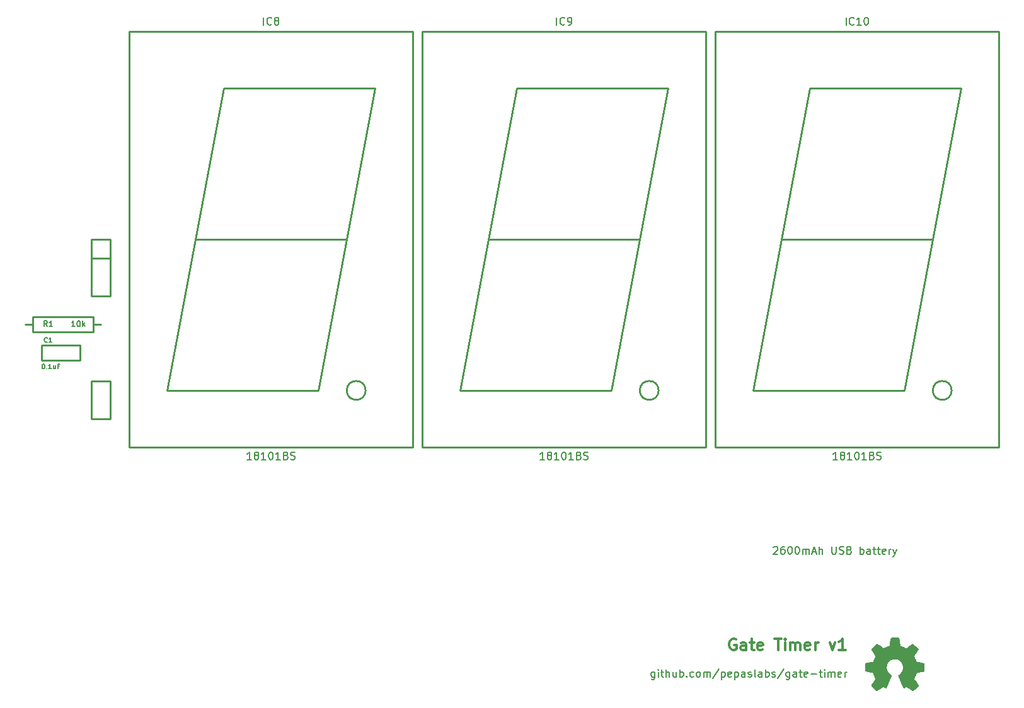
<source format=gto>
G04 (created by PCBNEW (2013-07-07 BZR 4022)-stable) date Fri 01 Jul 2022 09:03:58 PM CDT*
%MOIN*%
G04 Gerber Fmt 3.4, Leading zero omitted, Abs format*
%FSLAX34Y34*%
G01*
G70*
G90*
G04 APERTURE LIST*
%ADD10C,0.00590551*%
%ADD11C,0.008*%
%ADD12C,0.012*%
%ADD13C,0.01*%
%ADD14C,0.0001*%
%ADD15C,0.006*%
%ADD16C,0.005*%
G04 APERTURE END LIST*
G54D10*
G54D11*
X69576Y-49300D02*
X69595Y-49280D01*
X69633Y-49261D01*
X69728Y-49261D01*
X69766Y-49280D01*
X69785Y-49300D01*
X69804Y-49338D01*
X69804Y-49376D01*
X69785Y-49433D01*
X69557Y-49661D01*
X69804Y-49661D01*
X70147Y-49261D02*
X70071Y-49261D01*
X70033Y-49280D01*
X70014Y-49300D01*
X69976Y-49357D01*
X69957Y-49433D01*
X69957Y-49585D01*
X69976Y-49623D01*
X69995Y-49642D01*
X70033Y-49661D01*
X70109Y-49661D01*
X70147Y-49642D01*
X70166Y-49623D01*
X70185Y-49585D01*
X70185Y-49490D01*
X70166Y-49452D01*
X70147Y-49433D01*
X70109Y-49414D01*
X70033Y-49414D01*
X69995Y-49433D01*
X69976Y-49452D01*
X69957Y-49490D01*
X70433Y-49261D02*
X70471Y-49261D01*
X70509Y-49280D01*
X70528Y-49300D01*
X70547Y-49338D01*
X70566Y-49414D01*
X70566Y-49509D01*
X70547Y-49585D01*
X70528Y-49623D01*
X70509Y-49642D01*
X70471Y-49661D01*
X70433Y-49661D01*
X70395Y-49642D01*
X70376Y-49623D01*
X70357Y-49585D01*
X70338Y-49509D01*
X70338Y-49414D01*
X70357Y-49338D01*
X70376Y-49300D01*
X70395Y-49280D01*
X70433Y-49261D01*
X70814Y-49261D02*
X70852Y-49261D01*
X70890Y-49280D01*
X70909Y-49300D01*
X70928Y-49338D01*
X70947Y-49414D01*
X70947Y-49509D01*
X70928Y-49585D01*
X70909Y-49623D01*
X70890Y-49642D01*
X70852Y-49661D01*
X70814Y-49661D01*
X70776Y-49642D01*
X70757Y-49623D01*
X70738Y-49585D01*
X70719Y-49509D01*
X70719Y-49414D01*
X70738Y-49338D01*
X70757Y-49300D01*
X70776Y-49280D01*
X70814Y-49261D01*
X71119Y-49661D02*
X71119Y-49395D01*
X71119Y-49433D02*
X71138Y-49414D01*
X71176Y-49395D01*
X71233Y-49395D01*
X71271Y-49414D01*
X71290Y-49452D01*
X71290Y-49661D01*
X71290Y-49452D02*
X71309Y-49414D01*
X71347Y-49395D01*
X71404Y-49395D01*
X71442Y-49414D01*
X71461Y-49452D01*
X71461Y-49661D01*
X71633Y-49547D02*
X71823Y-49547D01*
X71595Y-49661D02*
X71728Y-49261D01*
X71861Y-49661D01*
X71995Y-49661D02*
X71995Y-49261D01*
X72166Y-49661D02*
X72166Y-49452D01*
X72147Y-49414D01*
X72109Y-49395D01*
X72052Y-49395D01*
X72014Y-49414D01*
X71995Y-49433D01*
X72661Y-49261D02*
X72661Y-49585D01*
X72680Y-49623D01*
X72700Y-49642D01*
X72738Y-49661D01*
X72814Y-49661D01*
X72852Y-49642D01*
X72871Y-49623D01*
X72890Y-49585D01*
X72890Y-49261D01*
X73061Y-49642D02*
X73119Y-49661D01*
X73214Y-49661D01*
X73252Y-49642D01*
X73271Y-49623D01*
X73290Y-49585D01*
X73290Y-49547D01*
X73271Y-49509D01*
X73252Y-49490D01*
X73214Y-49471D01*
X73138Y-49452D01*
X73100Y-49433D01*
X73080Y-49414D01*
X73061Y-49376D01*
X73061Y-49338D01*
X73080Y-49300D01*
X73100Y-49280D01*
X73138Y-49261D01*
X73233Y-49261D01*
X73290Y-49280D01*
X73595Y-49452D02*
X73652Y-49471D01*
X73671Y-49490D01*
X73690Y-49528D01*
X73690Y-49585D01*
X73671Y-49623D01*
X73652Y-49642D01*
X73614Y-49661D01*
X73461Y-49661D01*
X73461Y-49261D01*
X73595Y-49261D01*
X73633Y-49280D01*
X73652Y-49300D01*
X73671Y-49338D01*
X73671Y-49376D01*
X73652Y-49414D01*
X73633Y-49433D01*
X73595Y-49452D01*
X73461Y-49452D01*
X74166Y-49661D02*
X74166Y-49261D01*
X74166Y-49414D02*
X74204Y-49395D01*
X74280Y-49395D01*
X74319Y-49414D01*
X74338Y-49433D01*
X74357Y-49471D01*
X74357Y-49585D01*
X74338Y-49623D01*
X74319Y-49642D01*
X74280Y-49661D01*
X74204Y-49661D01*
X74166Y-49642D01*
X74699Y-49661D02*
X74699Y-49452D01*
X74680Y-49414D01*
X74642Y-49395D01*
X74566Y-49395D01*
X74528Y-49414D01*
X74699Y-49642D02*
X74661Y-49661D01*
X74566Y-49661D01*
X74528Y-49642D01*
X74509Y-49604D01*
X74509Y-49566D01*
X74528Y-49528D01*
X74566Y-49509D01*
X74661Y-49509D01*
X74699Y-49490D01*
X74833Y-49395D02*
X74985Y-49395D01*
X74890Y-49261D02*
X74890Y-49604D01*
X74909Y-49642D01*
X74947Y-49661D01*
X74985Y-49661D01*
X75061Y-49395D02*
X75214Y-49395D01*
X75119Y-49261D02*
X75119Y-49604D01*
X75138Y-49642D01*
X75176Y-49661D01*
X75214Y-49661D01*
X75499Y-49642D02*
X75461Y-49661D01*
X75385Y-49661D01*
X75347Y-49642D01*
X75328Y-49604D01*
X75328Y-49452D01*
X75347Y-49414D01*
X75385Y-49395D01*
X75461Y-49395D01*
X75499Y-49414D01*
X75519Y-49452D01*
X75519Y-49490D01*
X75328Y-49528D01*
X75690Y-49661D02*
X75690Y-49395D01*
X75690Y-49471D02*
X75709Y-49433D01*
X75728Y-49414D01*
X75766Y-49395D01*
X75804Y-49395D01*
X75899Y-49395D02*
X75995Y-49661D01*
X76090Y-49395D02*
X75995Y-49661D01*
X75957Y-49757D01*
X75938Y-49776D01*
X75899Y-49795D01*
X63290Y-55895D02*
X63290Y-56219D01*
X63271Y-56257D01*
X63252Y-56276D01*
X63214Y-56295D01*
X63157Y-56295D01*
X63119Y-56276D01*
X63290Y-56142D02*
X63252Y-56161D01*
X63176Y-56161D01*
X63138Y-56142D01*
X63119Y-56123D01*
X63100Y-56085D01*
X63100Y-55971D01*
X63119Y-55933D01*
X63138Y-55914D01*
X63176Y-55895D01*
X63252Y-55895D01*
X63290Y-55914D01*
X63480Y-56161D02*
X63480Y-55895D01*
X63480Y-55761D02*
X63461Y-55780D01*
X63480Y-55800D01*
X63500Y-55780D01*
X63480Y-55761D01*
X63480Y-55800D01*
X63614Y-55895D02*
X63766Y-55895D01*
X63671Y-55761D02*
X63671Y-56104D01*
X63690Y-56142D01*
X63728Y-56161D01*
X63766Y-56161D01*
X63900Y-56161D02*
X63900Y-55761D01*
X64071Y-56161D02*
X64071Y-55952D01*
X64052Y-55914D01*
X64014Y-55895D01*
X63957Y-55895D01*
X63919Y-55914D01*
X63900Y-55933D01*
X64433Y-55895D02*
X64433Y-56161D01*
X64261Y-55895D02*
X64261Y-56104D01*
X64280Y-56142D01*
X64319Y-56161D01*
X64376Y-56161D01*
X64414Y-56142D01*
X64433Y-56123D01*
X64623Y-56161D02*
X64623Y-55761D01*
X64623Y-55914D02*
X64661Y-55895D01*
X64738Y-55895D01*
X64776Y-55914D01*
X64795Y-55933D01*
X64814Y-55971D01*
X64814Y-56085D01*
X64795Y-56123D01*
X64776Y-56142D01*
X64738Y-56161D01*
X64661Y-56161D01*
X64623Y-56142D01*
X64985Y-56123D02*
X65004Y-56142D01*
X64985Y-56161D01*
X64966Y-56142D01*
X64985Y-56123D01*
X64985Y-56161D01*
X65347Y-56142D02*
X65309Y-56161D01*
X65233Y-56161D01*
X65195Y-56142D01*
X65176Y-56123D01*
X65157Y-56085D01*
X65157Y-55971D01*
X65176Y-55933D01*
X65195Y-55914D01*
X65233Y-55895D01*
X65309Y-55895D01*
X65347Y-55914D01*
X65576Y-56161D02*
X65538Y-56142D01*
X65519Y-56123D01*
X65500Y-56085D01*
X65500Y-55971D01*
X65519Y-55933D01*
X65538Y-55914D01*
X65576Y-55895D01*
X65633Y-55895D01*
X65671Y-55914D01*
X65690Y-55933D01*
X65709Y-55971D01*
X65709Y-56085D01*
X65690Y-56123D01*
X65671Y-56142D01*
X65633Y-56161D01*
X65576Y-56161D01*
X65880Y-56161D02*
X65880Y-55895D01*
X65880Y-55933D02*
X65900Y-55914D01*
X65938Y-55895D01*
X65995Y-55895D01*
X66033Y-55914D01*
X66052Y-55952D01*
X66052Y-56161D01*
X66052Y-55952D02*
X66071Y-55914D01*
X66109Y-55895D01*
X66166Y-55895D01*
X66204Y-55914D01*
X66223Y-55952D01*
X66223Y-56161D01*
X66700Y-55742D02*
X66357Y-56257D01*
X66833Y-55895D02*
X66833Y-56295D01*
X66833Y-55914D02*
X66871Y-55895D01*
X66947Y-55895D01*
X66985Y-55914D01*
X67004Y-55933D01*
X67023Y-55971D01*
X67023Y-56085D01*
X67004Y-56123D01*
X66985Y-56142D01*
X66947Y-56161D01*
X66871Y-56161D01*
X66833Y-56142D01*
X67347Y-56142D02*
X67309Y-56161D01*
X67233Y-56161D01*
X67195Y-56142D01*
X67176Y-56104D01*
X67176Y-55952D01*
X67195Y-55914D01*
X67233Y-55895D01*
X67309Y-55895D01*
X67347Y-55914D01*
X67366Y-55952D01*
X67366Y-55990D01*
X67176Y-56028D01*
X67538Y-55895D02*
X67538Y-56295D01*
X67538Y-55914D02*
X67576Y-55895D01*
X67652Y-55895D01*
X67690Y-55914D01*
X67709Y-55933D01*
X67728Y-55971D01*
X67728Y-56085D01*
X67709Y-56123D01*
X67690Y-56142D01*
X67652Y-56161D01*
X67576Y-56161D01*
X67538Y-56142D01*
X68071Y-56161D02*
X68071Y-55952D01*
X68052Y-55914D01*
X68014Y-55895D01*
X67938Y-55895D01*
X67900Y-55914D01*
X68071Y-56142D02*
X68033Y-56161D01*
X67938Y-56161D01*
X67900Y-56142D01*
X67880Y-56104D01*
X67880Y-56066D01*
X67900Y-56028D01*
X67938Y-56009D01*
X68033Y-56009D01*
X68071Y-55990D01*
X68242Y-56142D02*
X68280Y-56161D01*
X68357Y-56161D01*
X68395Y-56142D01*
X68414Y-56104D01*
X68414Y-56085D01*
X68395Y-56047D01*
X68357Y-56028D01*
X68300Y-56028D01*
X68261Y-56009D01*
X68242Y-55971D01*
X68242Y-55952D01*
X68261Y-55914D01*
X68300Y-55895D01*
X68357Y-55895D01*
X68395Y-55914D01*
X68642Y-56161D02*
X68604Y-56142D01*
X68585Y-56104D01*
X68585Y-55761D01*
X68966Y-56161D02*
X68966Y-55952D01*
X68947Y-55914D01*
X68909Y-55895D01*
X68833Y-55895D01*
X68795Y-55914D01*
X68966Y-56142D02*
X68928Y-56161D01*
X68833Y-56161D01*
X68795Y-56142D01*
X68776Y-56104D01*
X68776Y-56066D01*
X68795Y-56028D01*
X68833Y-56009D01*
X68928Y-56009D01*
X68966Y-55990D01*
X69157Y-56161D02*
X69157Y-55761D01*
X69157Y-55914D02*
X69195Y-55895D01*
X69271Y-55895D01*
X69309Y-55914D01*
X69328Y-55933D01*
X69347Y-55971D01*
X69347Y-56085D01*
X69328Y-56123D01*
X69309Y-56142D01*
X69271Y-56161D01*
X69195Y-56161D01*
X69157Y-56142D01*
X69500Y-56142D02*
X69538Y-56161D01*
X69614Y-56161D01*
X69652Y-56142D01*
X69671Y-56104D01*
X69671Y-56085D01*
X69652Y-56047D01*
X69614Y-56028D01*
X69557Y-56028D01*
X69519Y-56009D01*
X69500Y-55971D01*
X69500Y-55952D01*
X69519Y-55914D01*
X69557Y-55895D01*
X69614Y-55895D01*
X69652Y-55914D01*
X70128Y-55742D02*
X69785Y-56257D01*
X70433Y-55895D02*
X70433Y-56219D01*
X70414Y-56257D01*
X70395Y-56276D01*
X70357Y-56295D01*
X70300Y-56295D01*
X70261Y-56276D01*
X70433Y-56142D02*
X70395Y-56161D01*
X70319Y-56161D01*
X70280Y-56142D01*
X70261Y-56123D01*
X70242Y-56085D01*
X70242Y-55971D01*
X70261Y-55933D01*
X70280Y-55914D01*
X70319Y-55895D01*
X70395Y-55895D01*
X70433Y-55914D01*
X70795Y-56161D02*
X70795Y-55952D01*
X70776Y-55914D01*
X70738Y-55895D01*
X70661Y-55895D01*
X70623Y-55914D01*
X70795Y-56142D02*
X70757Y-56161D01*
X70661Y-56161D01*
X70623Y-56142D01*
X70604Y-56104D01*
X70604Y-56066D01*
X70623Y-56028D01*
X70661Y-56009D01*
X70757Y-56009D01*
X70795Y-55990D01*
X70928Y-55895D02*
X71080Y-55895D01*
X70985Y-55761D02*
X70985Y-56104D01*
X71004Y-56142D01*
X71042Y-56161D01*
X71080Y-56161D01*
X71366Y-56142D02*
X71328Y-56161D01*
X71252Y-56161D01*
X71214Y-56142D01*
X71195Y-56104D01*
X71195Y-55952D01*
X71214Y-55914D01*
X71252Y-55895D01*
X71328Y-55895D01*
X71366Y-55914D01*
X71385Y-55952D01*
X71385Y-55990D01*
X71195Y-56028D01*
X71557Y-56009D02*
X71861Y-56009D01*
X71995Y-55895D02*
X72147Y-55895D01*
X72052Y-55761D02*
X72052Y-56104D01*
X72071Y-56142D01*
X72109Y-56161D01*
X72147Y-56161D01*
X72280Y-56161D02*
X72280Y-55895D01*
X72280Y-55761D02*
X72261Y-55780D01*
X72280Y-55800D01*
X72300Y-55780D01*
X72280Y-55761D01*
X72280Y-55800D01*
X72471Y-56161D02*
X72471Y-55895D01*
X72471Y-55933D02*
X72490Y-55914D01*
X72528Y-55895D01*
X72585Y-55895D01*
X72623Y-55914D01*
X72642Y-55952D01*
X72642Y-56161D01*
X72642Y-55952D02*
X72661Y-55914D01*
X72700Y-55895D01*
X72757Y-55895D01*
X72795Y-55914D01*
X72814Y-55952D01*
X72814Y-56161D01*
X73157Y-56142D02*
X73119Y-56161D01*
X73042Y-56161D01*
X73004Y-56142D01*
X72985Y-56104D01*
X72985Y-55952D01*
X73004Y-55914D01*
X73042Y-55895D01*
X73119Y-55895D01*
X73157Y-55914D01*
X73176Y-55952D01*
X73176Y-55990D01*
X72985Y-56028D01*
X73347Y-56161D02*
X73347Y-55895D01*
X73347Y-55971D02*
X73366Y-55933D01*
X73385Y-55914D01*
X73423Y-55895D01*
X73461Y-55895D01*
G54D12*
X67585Y-54171D02*
X67528Y-54142D01*
X67442Y-54142D01*
X67357Y-54171D01*
X67299Y-54228D01*
X67271Y-54285D01*
X67242Y-54400D01*
X67242Y-54485D01*
X67271Y-54600D01*
X67299Y-54657D01*
X67357Y-54714D01*
X67442Y-54742D01*
X67499Y-54742D01*
X67585Y-54714D01*
X67614Y-54685D01*
X67614Y-54485D01*
X67499Y-54485D01*
X68128Y-54742D02*
X68128Y-54428D01*
X68099Y-54371D01*
X68042Y-54342D01*
X67928Y-54342D01*
X67871Y-54371D01*
X68128Y-54714D02*
X68071Y-54742D01*
X67928Y-54742D01*
X67871Y-54714D01*
X67842Y-54657D01*
X67842Y-54600D01*
X67871Y-54542D01*
X67928Y-54514D01*
X68071Y-54514D01*
X68128Y-54485D01*
X68328Y-54342D02*
X68557Y-54342D01*
X68414Y-54142D02*
X68414Y-54657D01*
X68442Y-54714D01*
X68499Y-54742D01*
X68557Y-54742D01*
X68985Y-54714D02*
X68928Y-54742D01*
X68814Y-54742D01*
X68757Y-54714D01*
X68728Y-54657D01*
X68728Y-54428D01*
X68757Y-54371D01*
X68814Y-54342D01*
X68928Y-54342D01*
X68985Y-54371D01*
X69014Y-54428D01*
X69014Y-54485D01*
X68728Y-54542D01*
X69642Y-54142D02*
X69985Y-54142D01*
X69814Y-54742D02*
X69814Y-54142D01*
X70185Y-54742D02*
X70185Y-54342D01*
X70185Y-54142D02*
X70157Y-54171D01*
X70185Y-54200D01*
X70214Y-54171D01*
X70185Y-54142D01*
X70185Y-54200D01*
X70471Y-54742D02*
X70471Y-54342D01*
X70471Y-54400D02*
X70499Y-54371D01*
X70557Y-54342D01*
X70642Y-54342D01*
X70699Y-54371D01*
X70728Y-54428D01*
X70728Y-54742D01*
X70728Y-54428D02*
X70757Y-54371D01*
X70814Y-54342D01*
X70899Y-54342D01*
X70957Y-54371D01*
X70985Y-54428D01*
X70985Y-54742D01*
X71499Y-54714D02*
X71442Y-54742D01*
X71328Y-54742D01*
X71271Y-54714D01*
X71242Y-54657D01*
X71242Y-54428D01*
X71271Y-54371D01*
X71328Y-54342D01*
X71442Y-54342D01*
X71499Y-54371D01*
X71528Y-54428D01*
X71528Y-54485D01*
X71242Y-54542D01*
X71785Y-54742D02*
X71785Y-54342D01*
X71785Y-54457D02*
X71814Y-54400D01*
X71842Y-54371D01*
X71899Y-54342D01*
X71957Y-54342D01*
X72557Y-54342D02*
X72699Y-54742D01*
X72842Y-54342D01*
X73385Y-54742D02*
X73042Y-54742D01*
X73214Y-54742D02*
X73214Y-54142D01*
X73157Y-54228D01*
X73100Y-54285D01*
X73042Y-54314D01*
G54D13*
X70000Y-33000D02*
X68500Y-41000D01*
X68500Y-41000D02*
X76500Y-41000D01*
X76500Y-41000D02*
X78000Y-33000D01*
X71500Y-25000D02*
X79500Y-25000D01*
X79500Y-25000D02*
X78000Y-33000D01*
X71500Y-25000D02*
X70000Y-33000D01*
X70000Y-33000D02*
X78000Y-33000D01*
X79000Y-41000D02*
G75*
G03X79000Y-41000I-500J0D01*
G74*
G01*
X66500Y-22000D02*
X81500Y-22000D01*
X81500Y-22000D02*
X81500Y-44000D01*
X81500Y-44000D02*
X66500Y-44000D01*
X66500Y-44000D02*
X66500Y-22000D01*
X34500Y-34000D02*
X33500Y-34000D01*
X34500Y-33000D02*
X34500Y-36000D01*
X34500Y-36000D02*
X33500Y-36000D01*
X33500Y-36000D02*
X33500Y-33000D01*
X33500Y-33000D02*
X34500Y-33000D01*
X34500Y-40500D02*
X34500Y-42500D01*
X34500Y-42500D02*
X33500Y-42500D01*
X33500Y-42500D02*
X33500Y-40500D01*
X33500Y-40500D02*
X34500Y-40500D01*
X39000Y-33000D02*
X37500Y-41000D01*
X37500Y-41000D02*
X45500Y-41000D01*
X45500Y-41000D02*
X47000Y-33000D01*
X40500Y-25000D02*
X48500Y-25000D01*
X48500Y-25000D02*
X47000Y-33000D01*
X40500Y-25000D02*
X39000Y-33000D01*
X39000Y-33000D02*
X47000Y-33000D01*
X48000Y-41000D02*
G75*
G03X48000Y-41000I-500J0D01*
G74*
G01*
X35500Y-22000D02*
X50500Y-22000D01*
X50500Y-22000D02*
X50500Y-44000D01*
X50500Y-44000D02*
X35500Y-44000D01*
X35500Y-44000D02*
X35500Y-22000D01*
X54500Y-33000D02*
X53000Y-41000D01*
X53000Y-41000D02*
X61000Y-41000D01*
X61000Y-41000D02*
X62500Y-33000D01*
X56000Y-25000D02*
X64000Y-25000D01*
X64000Y-25000D02*
X62500Y-33000D01*
X56000Y-25000D02*
X54500Y-33000D01*
X54500Y-33000D02*
X62500Y-33000D01*
X63500Y-41000D02*
G75*
G03X63500Y-41000I-500J0D01*
G74*
G01*
X51000Y-22000D02*
X66000Y-22000D01*
X66000Y-22000D02*
X66000Y-44000D01*
X66000Y-44000D02*
X51000Y-44000D01*
X51000Y-44000D02*
X51000Y-22000D01*
X30000Y-37500D02*
X30400Y-37500D01*
X30400Y-37500D02*
X30400Y-37100D01*
X30400Y-37100D02*
X33600Y-37100D01*
X33600Y-37100D02*
X33600Y-37900D01*
X33600Y-37900D02*
X30400Y-37900D01*
X30400Y-37900D02*
X30400Y-37500D01*
X34000Y-37500D02*
X33600Y-37500D01*
X30850Y-39400D02*
X32900Y-39400D01*
X30850Y-38600D02*
X32900Y-38600D01*
X32900Y-38600D02*
X32900Y-39400D01*
X30850Y-39400D02*
X30850Y-38600D01*
G54D14*
G36*
X75046Y-56914D02*
X75062Y-56906D01*
X75099Y-56883D01*
X75152Y-56848D01*
X75214Y-56807D01*
X75276Y-56764D01*
X75327Y-56730D01*
X75363Y-56707D01*
X75378Y-56699D01*
X75386Y-56701D01*
X75416Y-56716D01*
X75459Y-56738D01*
X75484Y-56751D01*
X75523Y-56768D01*
X75543Y-56772D01*
X75546Y-56766D01*
X75561Y-56736D01*
X75583Y-56684D01*
X75613Y-56616D01*
X75647Y-56536D01*
X75684Y-56450D01*
X75720Y-56362D01*
X75755Y-56278D01*
X75786Y-56203D01*
X75811Y-56142D01*
X75827Y-56099D01*
X75833Y-56081D01*
X75831Y-56077D01*
X75811Y-56058D01*
X75777Y-56032D01*
X75702Y-55971D01*
X75629Y-55879D01*
X75584Y-55775D01*
X75569Y-55659D01*
X75582Y-55552D01*
X75624Y-55449D01*
X75696Y-55356D01*
X75783Y-55287D01*
X75885Y-55243D01*
X76000Y-55229D01*
X76110Y-55241D01*
X76215Y-55283D01*
X76308Y-55354D01*
X76347Y-55399D01*
X76401Y-55493D01*
X76432Y-55594D01*
X76435Y-55619D01*
X76431Y-55730D01*
X76398Y-55836D01*
X76340Y-55931D01*
X76259Y-56008D01*
X76248Y-56016D01*
X76211Y-56044D01*
X76186Y-56063D01*
X76166Y-56079D01*
X76307Y-56418D01*
X76329Y-56472D01*
X76368Y-56565D01*
X76402Y-56645D01*
X76429Y-56708D01*
X76448Y-56751D01*
X76456Y-56768D01*
X76457Y-56769D01*
X76469Y-56771D01*
X76495Y-56761D01*
X76542Y-56738D01*
X76574Y-56722D01*
X76610Y-56705D01*
X76626Y-56699D01*
X76640Y-56706D01*
X76674Y-56729D01*
X76725Y-56762D01*
X76785Y-56803D01*
X76843Y-56843D01*
X76896Y-56878D01*
X76935Y-56902D01*
X76954Y-56913D01*
X76957Y-56913D01*
X76973Y-56903D01*
X77004Y-56878D01*
X77050Y-56834D01*
X77115Y-56770D01*
X77125Y-56760D01*
X77179Y-56705D01*
X77223Y-56659D01*
X77252Y-56627D01*
X77262Y-56612D01*
X77262Y-56612D01*
X77253Y-56593D01*
X77228Y-56555D01*
X77193Y-56501D01*
X77150Y-56438D01*
X77038Y-56275D01*
X77100Y-56121D01*
X77119Y-56074D01*
X77143Y-56017D01*
X77160Y-55976D01*
X77170Y-55958D01*
X77186Y-55952D01*
X77229Y-55942D01*
X77290Y-55929D01*
X77362Y-55916D01*
X77432Y-55903D01*
X77495Y-55891D01*
X77540Y-55882D01*
X77560Y-55878D01*
X77565Y-55875D01*
X77569Y-55865D01*
X77572Y-55844D01*
X77573Y-55806D01*
X77574Y-55746D01*
X77574Y-55659D01*
X77574Y-55650D01*
X77573Y-55567D01*
X77572Y-55501D01*
X77570Y-55458D01*
X77567Y-55441D01*
X77567Y-55441D01*
X77547Y-55436D01*
X77503Y-55427D01*
X77440Y-55414D01*
X77365Y-55400D01*
X77361Y-55399D01*
X77286Y-55385D01*
X77224Y-55372D01*
X77180Y-55362D01*
X77162Y-55356D01*
X77158Y-55351D01*
X77143Y-55322D01*
X77121Y-55276D01*
X77097Y-55219D01*
X77072Y-55161D01*
X77051Y-55108D01*
X77037Y-55069D01*
X77033Y-55051D01*
X77033Y-55051D01*
X77044Y-55033D01*
X77070Y-54994D01*
X77106Y-54941D01*
X77150Y-54877D01*
X77153Y-54872D01*
X77196Y-54809D01*
X77231Y-54756D01*
X77254Y-54718D01*
X77262Y-54701D01*
X77262Y-54700D01*
X77248Y-54681D01*
X77216Y-54646D01*
X77170Y-54598D01*
X77115Y-54542D01*
X77097Y-54525D01*
X77036Y-54465D01*
X76994Y-54426D01*
X76967Y-54405D01*
X76954Y-54400D01*
X76954Y-54401D01*
X76935Y-54412D01*
X76895Y-54438D01*
X76841Y-54475D01*
X76777Y-54518D01*
X76773Y-54521D01*
X76710Y-54564D01*
X76658Y-54599D01*
X76620Y-54624D01*
X76604Y-54634D01*
X76601Y-54634D01*
X76576Y-54626D01*
X76531Y-54611D01*
X76476Y-54589D01*
X76418Y-54566D01*
X76365Y-54544D01*
X76325Y-54525D01*
X76306Y-54515D01*
X76306Y-54514D01*
X76299Y-54491D01*
X76288Y-54444D01*
X76275Y-54379D01*
X76260Y-54302D01*
X76258Y-54290D01*
X76244Y-54215D01*
X76232Y-54153D01*
X76223Y-54110D01*
X76218Y-54092D01*
X76208Y-54090D01*
X76171Y-54087D01*
X76115Y-54086D01*
X76047Y-54085D01*
X75976Y-54086D01*
X75907Y-54087D01*
X75847Y-54089D01*
X75805Y-54092D01*
X75787Y-54096D01*
X75786Y-54097D01*
X75780Y-54120D01*
X75770Y-54167D01*
X75756Y-54232D01*
X75741Y-54310D01*
X75739Y-54323D01*
X75725Y-54398D01*
X75712Y-54459D01*
X75703Y-54502D01*
X75698Y-54518D01*
X75692Y-54522D01*
X75661Y-54535D01*
X75611Y-54556D01*
X75548Y-54581D01*
X75404Y-54640D01*
X75228Y-54518D01*
X75211Y-54507D01*
X75148Y-54464D01*
X75095Y-54429D01*
X75059Y-54406D01*
X75044Y-54397D01*
X75043Y-54398D01*
X75025Y-54413D01*
X74990Y-54446D01*
X74942Y-54493D01*
X74887Y-54548D01*
X74846Y-54589D01*
X74797Y-54639D01*
X74766Y-54672D01*
X74749Y-54694D01*
X74743Y-54707D01*
X74745Y-54715D01*
X74756Y-54733D01*
X74782Y-54772D01*
X74818Y-54826D01*
X74861Y-54888D01*
X74897Y-54941D01*
X74935Y-55000D01*
X74960Y-55042D01*
X74969Y-55063D01*
X74967Y-55072D01*
X74954Y-55106D01*
X74933Y-55159D01*
X74907Y-55221D01*
X74845Y-55361D01*
X74753Y-55378D01*
X74698Y-55389D01*
X74620Y-55404D01*
X74546Y-55418D01*
X74430Y-55441D01*
X74426Y-55867D01*
X74444Y-55875D01*
X74461Y-55880D01*
X74504Y-55889D01*
X74565Y-55901D01*
X74638Y-55915D01*
X74699Y-55927D01*
X74762Y-55938D01*
X74806Y-55947D01*
X74826Y-55951D01*
X74831Y-55958D01*
X74847Y-55988D01*
X74869Y-56036D01*
X74893Y-56094D01*
X74918Y-56153D01*
X74940Y-56208D01*
X74956Y-56250D01*
X74961Y-56272D01*
X74953Y-56289D01*
X74929Y-56325D01*
X74895Y-56377D01*
X74853Y-56439D01*
X74810Y-56501D01*
X74775Y-56554D01*
X74750Y-56592D01*
X74740Y-56609D01*
X74745Y-56621D01*
X74769Y-56651D01*
X74816Y-56699D01*
X74885Y-56768D01*
X74897Y-56779D01*
X74952Y-56832D01*
X74999Y-56875D01*
X75031Y-56904D01*
X75046Y-56914D01*
X75046Y-56914D01*
G37*
G54D11*
X73419Y-21661D02*
X73419Y-21261D01*
X73838Y-21623D02*
X73819Y-21642D01*
X73761Y-21661D01*
X73723Y-21661D01*
X73666Y-21642D01*
X73628Y-21604D01*
X73609Y-21566D01*
X73590Y-21490D01*
X73590Y-21433D01*
X73609Y-21357D01*
X73628Y-21319D01*
X73666Y-21280D01*
X73723Y-21261D01*
X73761Y-21261D01*
X73819Y-21280D01*
X73838Y-21300D01*
X74219Y-21661D02*
X73990Y-21661D01*
X74104Y-21661D02*
X74104Y-21261D01*
X74066Y-21319D01*
X74028Y-21357D01*
X73990Y-21376D01*
X74466Y-21261D02*
X74504Y-21261D01*
X74542Y-21280D01*
X74561Y-21300D01*
X74580Y-21338D01*
X74600Y-21414D01*
X74600Y-21509D01*
X74580Y-21585D01*
X74561Y-21623D01*
X74542Y-21642D01*
X74504Y-21661D01*
X74466Y-21661D01*
X74428Y-21642D01*
X74409Y-21623D01*
X74390Y-21585D01*
X74371Y-21509D01*
X74371Y-21414D01*
X74390Y-21338D01*
X74409Y-21300D01*
X74428Y-21280D01*
X74466Y-21261D01*
X72961Y-44661D02*
X72733Y-44661D01*
X72847Y-44661D02*
X72847Y-44261D01*
X72809Y-44319D01*
X72771Y-44357D01*
X72733Y-44376D01*
X73190Y-44433D02*
X73152Y-44414D01*
X73133Y-44395D01*
X73114Y-44357D01*
X73114Y-44338D01*
X73133Y-44300D01*
X73152Y-44280D01*
X73190Y-44261D01*
X73266Y-44261D01*
X73304Y-44280D01*
X73323Y-44300D01*
X73342Y-44338D01*
X73342Y-44357D01*
X73323Y-44395D01*
X73304Y-44414D01*
X73266Y-44433D01*
X73190Y-44433D01*
X73152Y-44452D01*
X73133Y-44471D01*
X73114Y-44509D01*
X73114Y-44585D01*
X73133Y-44623D01*
X73152Y-44642D01*
X73190Y-44661D01*
X73266Y-44661D01*
X73304Y-44642D01*
X73323Y-44623D01*
X73342Y-44585D01*
X73342Y-44509D01*
X73323Y-44471D01*
X73304Y-44452D01*
X73266Y-44433D01*
X73723Y-44661D02*
X73495Y-44661D01*
X73609Y-44661D02*
X73609Y-44261D01*
X73571Y-44319D01*
X73533Y-44357D01*
X73495Y-44376D01*
X73971Y-44261D02*
X74009Y-44261D01*
X74047Y-44280D01*
X74066Y-44300D01*
X74085Y-44338D01*
X74104Y-44414D01*
X74104Y-44509D01*
X74085Y-44585D01*
X74066Y-44623D01*
X74047Y-44642D01*
X74009Y-44661D01*
X73971Y-44661D01*
X73933Y-44642D01*
X73914Y-44623D01*
X73895Y-44585D01*
X73876Y-44509D01*
X73876Y-44414D01*
X73895Y-44338D01*
X73914Y-44300D01*
X73933Y-44280D01*
X73971Y-44261D01*
X74485Y-44661D02*
X74257Y-44661D01*
X74371Y-44661D02*
X74371Y-44261D01*
X74333Y-44319D01*
X74295Y-44357D01*
X74257Y-44376D01*
X74790Y-44452D02*
X74847Y-44471D01*
X74866Y-44490D01*
X74885Y-44528D01*
X74885Y-44585D01*
X74866Y-44623D01*
X74847Y-44642D01*
X74809Y-44661D01*
X74657Y-44661D01*
X74657Y-44261D01*
X74790Y-44261D01*
X74828Y-44280D01*
X74847Y-44300D01*
X74866Y-44338D01*
X74866Y-44376D01*
X74847Y-44414D01*
X74828Y-44433D01*
X74790Y-44452D01*
X74657Y-44452D01*
X75038Y-44642D02*
X75095Y-44661D01*
X75190Y-44661D01*
X75228Y-44642D01*
X75247Y-44623D01*
X75266Y-44585D01*
X75266Y-44547D01*
X75247Y-44509D01*
X75228Y-44490D01*
X75190Y-44471D01*
X75114Y-44452D01*
X75076Y-44433D01*
X75057Y-44414D01*
X75038Y-44376D01*
X75038Y-44338D01*
X75057Y-44300D01*
X75076Y-44280D01*
X75114Y-44261D01*
X75209Y-44261D01*
X75266Y-44280D01*
X42609Y-21661D02*
X42609Y-21261D01*
X43028Y-21623D02*
X43009Y-21642D01*
X42952Y-21661D01*
X42914Y-21661D01*
X42857Y-21642D01*
X42819Y-21604D01*
X42800Y-21566D01*
X42780Y-21490D01*
X42780Y-21433D01*
X42800Y-21357D01*
X42819Y-21319D01*
X42857Y-21280D01*
X42914Y-21261D01*
X42952Y-21261D01*
X43009Y-21280D01*
X43028Y-21300D01*
X43257Y-21433D02*
X43219Y-21414D01*
X43200Y-21395D01*
X43180Y-21357D01*
X43180Y-21338D01*
X43200Y-21300D01*
X43219Y-21280D01*
X43257Y-21261D01*
X43333Y-21261D01*
X43371Y-21280D01*
X43390Y-21300D01*
X43409Y-21338D01*
X43409Y-21357D01*
X43390Y-21395D01*
X43371Y-21414D01*
X43333Y-21433D01*
X43257Y-21433D01*
X43219Y-21452D01*
X43200Y-21471D01*
X43180Y-21509D01*
X43180Y-21585D01*
X43200Y-21623D01*
X43219Y-21642D01*
X43257Y-21661D01*
X43333Y-21661D01*
X43371Y-21642D01*
X43390Y-21623D01*
X43409Y-21585D01*
X43409Y-21509D01*
X43390Y-21471D01*
X43371Y-21452D01*
X43333Y-21433D01*
X41961Y-44661D02*
X41733Y-44661D01*
X41847Y-44661D02*
X41847Y-44261D01*
X41809Y-44319D01*
X41771Y-44357D01*
X41733Y-44376D01*
X42190Y-44433D02*
X42152Y-44414D01*
X42133Y-44395D01*
X42114Y-44357D01*
X42114Y-44338D01*
X42133Y-44300D01*
X42152Y-44280D01*
X42190Y-44261D01*
X42266Y-44261D01*
X42304Y-44280D01*
X42323Y-44300D01*
X42342Y-44338D01*
X42342Y-44357D01*
X42323Y-44395D01*
X42304Y-44414D01*
X42266Y-44433D01*
X42190Y-44433D01*
X42152Y-44452D01*
X42133Y-44471D01*
X42114Y-44509D01*
X42114Y-44585D01*
X42133Y-44623D01*
X42152Y-44642D01*
X42190Y-44661D01*
X42266Y-44661D01*
X42304Y-44642D01*
X42323Y-44623D01*
X42342Y-44585D01*
X42342Y-44509D01*
X42323Y-44471D01*
X42304Y-44452D01*
X42266Y-44433D01*
X42723Y-44661D02*
X42495Y-44661D01*
X42609Y-44661D02*
X42609Y-44261D01*
X42571Y-44319D01*
X42533Y-44357D01*
X42495Y-44376D01*
X42971Y-44261D02*
X43009Y-44261D01*
X43047Y-44280D01*
X43066Y-44300D01*
X43085Y-44338D01*
X43104Y-44414D01*
X43104Y-44509D01*
X43085Y-44585D01*
X43066Y-44623D01*
X43047Y-44642D01*
X43009Y-44661D01*
X42971Y-44661D01*
X42933Y-44642D01*
X42914Y-44623D01*
X42895Y-44585D01*
X42876Y-44509D01*
X42876Y-44414D01*
X42895Y-44338D01*
X42914Y-44300D01*
X42933Y-44280D01*
X42971Y-44261D01*
X43485Y-44661D02*
X43257Y-44661D01*
X43371Y-44661D02*
X43371Y-44261D01*
X43333Y-44319D01*
X43295Y-44357D01*
X43257Y-44376D01*
X43790Y-44452D02*
X43847Y-44471D01*
X43866Y-44490D01*
X43885Y-44528D01*
X43885Y-44585D01*
X43866Y-44623D01*
X43847Y-44642D01*
X43809Y-44661D01*
X43657Y-44661D01*
X43657Y-44261D01*
X43790Y-44261D01*
X43828Y-44280D01*
X43847Y-44300D01*
X43866Y-44338D01*
X43866Y-44376D01*
X43847Y-44414D01*
X43828Y-44433D01*
X43790Y-44452D01*
X43657Y-44452D01*
X44038Y-44642D02*
X44095Y-44661D01*
X44190Y-44661D01*
X44228Y-44642D01*
X44247Y-44623D01*
X44266Y-44585D01*
X44266Y-44547D01*
X44247Y-44509D01*
X44228Y-44490D01*
X44190Y-44471D01*
X44114Y-44452D01*
X44076Y-44433D01*
X44057Y-44414D01*
X44038Y-44376D01*
X44038Y-44338D01*
X44057Y-44300D01*
X44076Y-44280D01*
X44114Y-44261D01*
X44209Y-44261D01*
X44266Y-44280D01*
X58109Y-21661D02*
X58109Y-21261D01*
X58528Y-21623D02*
X58509Y-21642D01*
X58452Y-21661D01*
X58414Y-21661D01*
X58357Y-21642D01*
X58319Y-21604D01*
X58300Y-21566D01*
X58280Y-21490D01*
X58280Y-21433D01*
X58300Y-21357D01*
X58319Y-21319D01*
X58357Y-21280D01*
X58414Y-21261D01*
X58452Y-21261D01*
X58509Y-21280D01*
X58528Y-21300D01*
X58719Y-21661D02*
X58795Y-21661D01*
X58833Y-21642D01*
X58852Y-21623D01*
X58890Y-21566D01*
X58909Y-21490D01*
X58909Y-21338D01*
X58890Y-21300D01*
X58871Y-21280D01*
X58833Y-21261D01*
X58757Y-21261D01*
X58719Y-21280D01*
X58700Y-21300D01*
X58680Y-21338D01*
X58680Y-21433D01*
X58700Y-21471D01*
X58719Y-21490D01*
X58757Y-21509D01*
X58833Y-21509D01*
X58871Y-21490D01*
X58890Y-21471D01*
X58909Y-21433D01*
X57461Y-44661D02*
X57233Y-44661D01*
X57347Y-44661D02*
X57347Y-44261D01*
X57309Y-44319D01*
X57271Y-44357D01*
X57233Y-44376D01*
X57690Y-44433D02*
X57652Y-44414D01*
X57633Y-44395D01*
X57614Y-44357D01*
X57614Y-44338D01*
X57633Y-44300D01*
X57652Y-44280D01*
X57690Y-44261D01*
X57766Y-44261D01*
X57804Y-44280D01*
X57823Y-44300D01*
X57842Y-44338D01*
X57842Y-44357D01*
X57823Y-44395D01*
X57804Y-44414D01*
X57766Y-44433D01*
X57690Y-44433D01*
X57652Y-44452D01*
X57633Y-44471D01*
X57614Y-44509D01*
X57614Y-44585D01*
X57633Y-44623D01*
X57652Y-44642D01*
X57690Y-44661D01*
X57766Y-44661D01*
X57804Y-44642D01*
X57823Y-44623D01*
X57842Y-44585D01*
X57842Y-44509D01*
X57823Y-44471D01*
X57804Y-44452D01*
X57766Y-44433D01*
X58223Y-44661D02*
X57995Y-44661D01*
X58109Y-44661D02*
X58109Y-44261D01*
X58071Y-44319D01*
X58033Y-44357D01*
X57995Y-44376D01*
X58471Y-44261D02*
X58509Y-44261D01*
X58547Y-44280D01*
X58566Y-44300D01*
X58585Y-44338D01*
X58604Y-44414D01*
X58604Y-44509D01*
X58585Y-44585D01*
X58566Y-44623D01*
X58547Y-44642D01*
X58509Y-44661D01*
X58471Y-44661D01*
X58433Y-44642D01*
X58414Y-44623D01*
X58395Y-44585D01*
X58376Y-44509D01*
X58376Y-44414D01*
X58395Y-44338D01*
X58414Y-44300D01*
X58433Y-44280D01*
X58471Y-44261D01*
X58985Y-44661D02*
X58757Y-44661D01*
X58871Y-44661D02*
X58871Y-44261D01*
X58833Y-44319D01*
X58795Y-44357D01*
X58757Y-44376D01*
X59290Y-44452D02*
X59347Y-44471D01*
X59366Y-44490D01*
X59385Y-44528D01*
X59385Y-44585D01*
X59366Y-44623D01*
X59347Y-44642D01*
X59309Y-44661D01*
X59157Y-44661D01*
X59157Y-44261D01*
X59290Y-44261D01*
X59328Y-44280D01*
X59347Y-44300D01*
X59366Y-44338D01*
X59366Y-44376D01*
X59347Y-44414D01*
X59328Y-44433D01*
X59290Y-44452D01*
X59157Y-44452D01*
X59538Y-44642D02*
X59595Y-44661D01*
X59690Y-44661D01*
X59728Y-44642D01*
X59747Y-44623D01*
X59766Y-44585D01*
X59766Y-44547D01*
X59747Y-44509D01*
X59728Y-44490D01*
X59690Y-44471D01*
X59614Y-44452D01*
X59576Y-44433D01*
X59557Y-44414D01*
X59538Y-44376D01*
X59538Y-44338D01*
X59557Y-44300D01*
X59576Y-44280D01*
X59614Y-44261D01*
X59709Y-44261D01*
X59766Y-44280D01*
G54D15*
X31150Y-37621D02*
X31050Y-37478D01*
X30978Y-37621D02*
X30978Y-37321D01*
X31092Y-37321D01*
X31121Y-37335D01*
X31135Y-37350D01*
X31150Y-37378D01*
X31150Y-37421D01*
X31135Y-37450D01*
X31121Y-37464D01*
X31092Y-37478D01*
X30978Y-37478D01*
X31435Y-37621D02*
X31264Y-37621D01*
X31350Y-37621D02*
X31350Y-37321D01*
X31321Y-37364D01*
X31292Y-37392D01*
X31264Y-37407D01*
X32621Y-37621D02*
X32450Y-37621D01*
X32535Y-37621D02*
X32535Y-37321D01*
X32507Y-37364D01*
X32478Y-37392D01*
X32450Y-37407D01*
X32807Y-37321D02*
X32835Y-37321D01*
X32864Y-37335D01*
X32878Y-37350D01*
X32892Y-37378D01*
X32907Y-37435D01*
X32907Y-37507D01*
X32892Y-37564D01*
X32878Y-37592D01*
X32864Y-37607D01*
X32835Y-37621D01*
X32807Y-37621D01*
X32778Y-37607D01*
X32764Y-37592D01*
X32750Y-37564D01*
X32735Y-37507D01*
X32735Y-37435D01*
X32750Y-37378D01*
X32764Y-37350D01*
X32778Y-37335D01*
X32807Y-37321D01*
X33035Y-37621D02*
X33035Y-37321D01*
X33064Y-37507D02*
X33150Y-37621D01*
X33150Y-37421D02*
X33035Y-37535D01*
G54D16*
X31158Y-38427D02*
X31146Y-38439D01*
X31110Y-38451D01*
X31086Y-38451D01*
X31051Y-38439D01*
X31027Y-38415D01*
X31015Y-38391D01*
X31003Y-38344D01*
X31003Y-38308D01*
X31015Y-38260D01*
X31027Y-38236D01*
X31051Y-38213D01*
X31086Y-38201D01*
X31110Y-38201D01*
X31146Y-38213D01*
X31158Y-38225D01*
X31396Y-38451D02*
X31253Y-38451D01*
X31325Y-38451D02*
X31325Y-38201D01*
X31301Y-38236D01*
X31277Y-38260D01*
X31253Y-38272D01*
X30939Y-39601D02*
X30963Y-39601D01*
X30986Y-39613D01*
X30998Y-39625D01*
X31010Y-39648D01*
X31022Y-39696D01*
X31022Y-39755D01*
X31010Y-39803D01*
X30998Y-39827D01*
X30986Y-39839D01*
X30963Y-39851D01*
X30939Y-39851D01*
X30915Y-39839D01*
X30903Y-39827D01*
X30891Y-39803D01*
X30879Y-39755D01*
X30879Y-39696D01*
X30891Y-39648D01*
X30903Y-39625D01*
X30915Y-39613D01*
X30939Y-39601D01*
X31129Y-39827D02*
X31141Y-39839D01*
X31129Y-39851D01*
X31117Y-39839D01*
X31129Y-39827D01*
X31129Y-39851D01*
X31379Y-39851D02*
X31236Y-39851D01*
X31308Y-39851D02*
X31308Y-39601D01*
X31284Y-39636D01*
X31260Y-39660D01*
X31236Y-39672D01*
X31594Y-39684D02*
X31594Y-39851D01*
X31486Y-39684D02*
X31486Y-39815D01*
X31498Y-39839D01*
X31522Y-39851D01*
X31558Y-39851D01*
X31582Y-39839D01*
X31594Y-39827D01*
X31796Y-39720D02*
X31713Y-39720D01*
X31713Y-39851D02*
X31713Y-39601D01*
X31832Y-39601D01*
M02*

</source>
